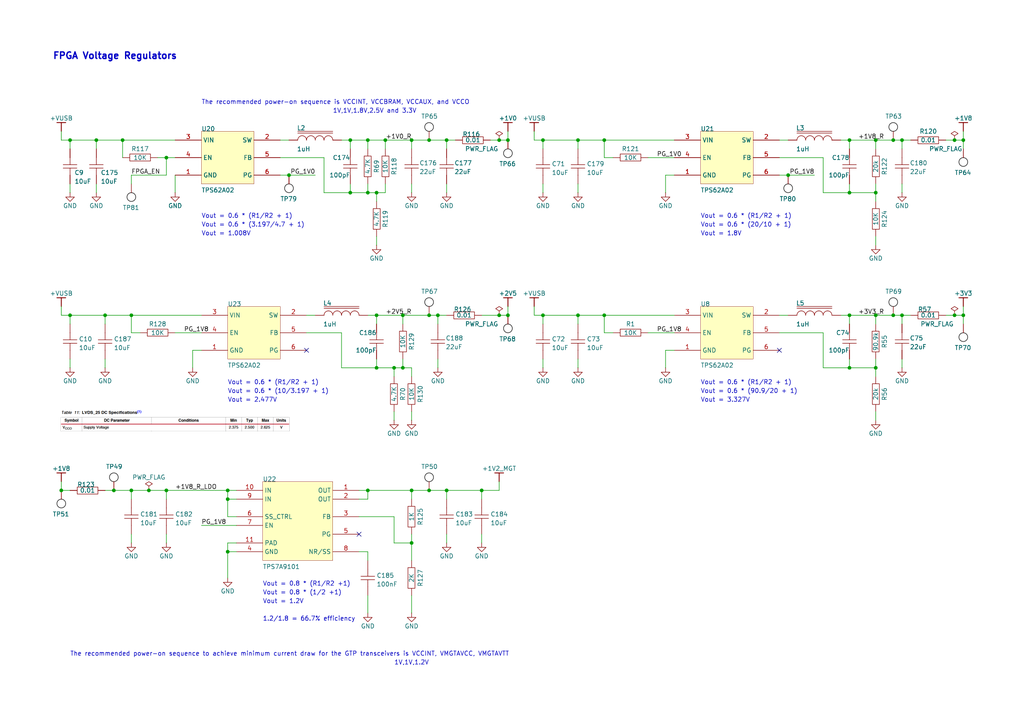
<source format=kicad_sch>
(kicad_sch (version 20250114) (generator "eeschema") (generator_version "9.0")
  (paper "A4")
  (title_block (title "ThunderScope") (rev "5") (company "EEVengers") (comment 1 "Aleksa Bjelogrlic"))
  (text "The recommended power-on sequence to achieve minimum current draw for the GTP transceivers is VCCINT, VMGTAVCC, VMGTAVTT" (at 20.32 190.5 0) (effects (font (size 1.27 1.27)) (justify left bottom)))
  (text "Vout = 0.8 * (1/2 +1)" (at 76.2 172.72 0) (effects (font (size 1.27 1.27)) (justify left bottom)))
  (text "Vout = 0.6 * (R1/R2 + 1)" (at 203.2 63.5 0) (effects (font (size 1.27 1.27)) (justify left bottom)))
  (text "Vout = 1.8V" (at 203.2 68.58 0) (effects (font (size 1.27 1.27)) (justify left bottom)))
  (text "FPGA Voltage Regulators" (at 15.24 15.24 0) (effects (font (size 1.905 1.905) (thickness 0.381) (bold yes)) (justify left top)))
  (text "Vout = 0.6 * (20/10 + 1)" (at 203.2 66.04 0) (effects (font (size 1.27 1.27)) (justify left bottom)))
  (text "Vout = 0.6 * (R1/R2 + 1)" (at 66.04 111.76 0) (effects (font (size 1.27 1.27)) (justify left bottom)))
  (text "Vout = 0.6 * (90.9/20 + 1)" (at 203.2 114.3 0) (effects (font (size 1.27 1.27)) (justify left bottom)))
  (text "Vout = 0.6 * (10/3.197 + 1)" (at 66.04 114.3 0) (effects (font (size 1.27 1.27)) (justify left bottom)))
  (text "Vout = 1.2V" (at 76.2 175.26 0) (effects (font (size 1.27 1.27)) (justify left bottom)))
  (text "1V,1V,1.2V" (at 119.38 193.04 0) (effects (font (size 1.27 1.27)) (justify bottom)))
  (text "Vout = 3.327V" (at 203.2 116.84 0) (effects (font (size 1.27 1.27)) (justify left bottom)))
  (text "Vout = 0.6 * (R1/R2 + 1)" (at 203.2 111.76 0) (effects (font (size 1.27 1.27)) (justify left bottom)))
  (text "Vout = 0.8 * (R1/R2 +1)" (at 76.2 170.18 0) (effects (font (size 1.27 1.27)) (justify left bottom)))
  (text "1.2/1.8 = 66.7% efficiency" (at 76.2 180.34 0) (effects (font (size 1.27 1.27) (thickness 0.1588)) (justify left bottom)))
  (text "Vout = 2.477V" (at 66.04 116.84 0) (effects (font (size 1.27 1.27)) (justify left bottom)))
  (text "The recommended power-on sequence is VCCINT, VCCBRAM, VCCAUX, and VCCO" (at 58.42 30.48 0) (effects (font (size 1.27 1.27)) (justify left bottom)))
  (text "Vout = 0.6 * (R1/R2 + 1)" (at 58.42 63.5 0) (effects (font (size 1.27 1.27)) (justify left bottom)))
  (text "Vout = 1.008V" (at 58.42 68.58 0) (effects (font (size 1.27 1.27)) (justify left bottom)))
  (text "1V,1V,1.8V,2.5V and 3.3V" (at 96.52 33.02 0) (effects (font (size 1.27 1.27)) (justify left bottom)))
  (text "Vout = 0.6 * (3.197/4.7 + 1)" (at 58.42 66.04 0) (effects (font (size 1.27 1.27)) (justify left bottom)))
  (junction (at 254 91.44))
  (junction (at 48.26 142.24))
  (junction (at 101.6 40.64))
  (junction (at 144.78 91.44))
  (junction (at 114.3 106.68))
  (junction (at 20.32 40.64))
  (junction (at 276.86 91.44))
  (junction (at 119.38 157.48))
  (junction (at 175.26 40.64))
  (junction (at 106.68 142.24))
  (junction (at 124.46 142.24))
  (junction (at 254 40.64))
  (junction (at 246.38 40.64))
  (junction (at 129.54 142.24))
  (junction (at 254 106.68))
  (junction (at 106.68 55.88))
  (junction (at 116.84 106.68))
  (junction (at 66.04 160.02))
  (junction (at 167.64 40.64))
  (junction (at 144.78 40.64))
  (junction (at 147.32 40.64))
  (junction (at 48.26 45.72))
  (junction (at 66.04 142.24))
  (junction (at 111.76 40.64))
  (junction (at 279.4 40.64))
  (junction (at 228.6 50.8))
  (junction (at 106.68 40.64))
  (junction (at 127 91.44))
  (junction (at 246.38 106.68))
  (junction (at 147.32 91.44))
  (junction (at 43.18 142.24))
  (junction (at 259.08 40.64))
  (junction (at 279.4 91.44))
  (junction (at 246.38 91.44))
  (junction (at 276.86 40.64))
  (junction (at 109.22 55.88))
  (junction (at 175.26 91.44))
  (junction (at 17.78 142.24))
  (junction (at 30.48 91.44))
  (junction (at 20.32 91.44))
  (junction (at 101.6 55.88))
  (junction (at 27.94 40.64))
  (junction (at 33.02 142.24))
  (junction (at 254 55.88))
  (junction (at 261.62 40.64))
  (junction (at 157.48 40.64))
  (junction (at 83.82 50.8))
  (junction (at 129.54 40.64))
  (junction (at 35.56 40.64))
  (junction (at 109.22 91.44))
  (junction (at 38.1 91.44))
  (junction (at 66.04 144.78))
  (junction (at 259.08 91.44))
  (junction (at 124.46 91.44))
  (junction (at 167.64 91.44))
  (junction (at 139.7 142.24))
  (junction (at 116.84 91.44))
  (junction (at 119.38 142.24))
  (junction (at 119.38 40.64))
  (junction (at 261.62 91.44))
  (junction (at 157.48 91.44))
  (junction (at 124.46 40.64))
  (junction (at 109.22 106.68))
  (junction (at 38.1 142.24))
  (junction (at 246.38 55.88))
  (no_connect (at 226.06 101.6))
  (no_connect (at 88.9 101.6))
  (no_connect (at 104.14 154.94))
  (wire (pts (xy 30.48 91.44) (xy 30.48 93.98)))
  (wire (pts (xy 129.54 40.64) (xy 132.08 40.64)))
  (wire (pts (xy 119.38 109.22) (xy 119.38 106.68)))
  (wire (pts (xy 20.32 55.88) (xy 20.32 53.34)))
  (wire (pts (xy 238.76 106.68) (xy 238.76 96.52)))
  (wire (pts (xy 246.38 104.14) (xy 246.38 106.68)))
  (wire (pts (xy 66.04 157.48) (xy 66.04 160.02)))
  (wire (pts (xy 279.4 91.44) (xy 279.4 93.98)))
  (wire (pts (xy 254 55.88) (xy 254 53.34)))
  (wire (pts (xy 20.32 40.64) (xy 27.94 40.64)))
  (wire (pts (xy 157.48 106.68) (xy 157.48 104.14)))
  (wire (pts (xy 30.48 106.68) (xy 30.48 104.14)))
  (wire (pts (xy 109.22 104.14) (xy 109.22 106.68)))
  (wire (pts (xy 167.64 55.88) (xy 167.64 53.34)))
  (wire (pts (xy 254 106.68) (xy 254 104.14)))
  (wire (pts (xy 246.38 55.88) (xy 238.76 55.88)))
  (wire (pts (xy 238.76 45.72) (xy 226.06 45.72)))
  (wire (pts (xy 261.62 55.88) (xy 261.62 53.34)))
  (wire (pts (xy 99.06 106.68) (xy 99.06 96.52)))
  (wire (pts (xy 38.1 96.52) (xy 40.64 96.52)))
  (wire (pts (xy 109.22 106.68) (xy 114.3 106.68)))
  (wire (pts (xy 66.04 160.02) (xy 66.04 167.64)))
  (wire (pts (xy 187.96 45.72) (xy 195.58 45.72)))
  (wire (pts (xy 279.4 43.18) (xy 279.4 40.64)))
  (wire (pts (xy 175.26 91.44) (xy 167.64 91.44)))
  (wire (pts (xy 129.54 157.48) (xy 129.54 154.94)))
  (wire (pts (xy 124.46 40.64) (xy 129.54 40.64)))
  (wire (pts (xy 116.84 91.44) (xy 124.46 91.44)))
  (wire (pts (xy 157.48 55.88) (xy 157.48 53.34)))
  (wire (pts (xy 157.48 40.64) (xy 157.48 43.18)))
  (wire (pts (xy 66.04 142.24) (xy 68.58 142.24)))
  (wire (pts (xy 195.58 40.64) (xy 175.26 40.64)))
  (wire (pts (xy 20.32 40.64) (xy 20.32 43.18)))
  (wire (pts (xy 157.48 91.44) (xy 167.64 91.44)))
  (wire (pts (xy 17.78 38.1) (xy 17.78 40.64)))
  (wire (pts (xy 276.86 91.44) (xy 279.4 91.44)))
  (wire (pts (xy 50.8 55.88) (xy 50.8 50.8)))
  (wire (pts (xy 116.84 93.98) (xy 116.84 91.44)))
  (wire (pts (xy 127 106.68) (xy 127 104.14)))
  (wire (pts (xy 261.62 106.68) (xy 261.62 104.14)))
  (wire (pts (xy 276.86 40.64) (xy 279.4 40.64)))
  (wire (pts (xy 111.76 40.64) (xy 119.38 40.64)))
  (wire (pts (xy 279.4 91.44) (xy 279.4 88.9)))
  (wire (pts (xy 144.78 142.24) (xy 144.78 139.7)))
  (wire (pts (xy 109.22 58.42) (xy 109.22 55.88)))
  (wire (pts (xy 274.32 91.44) (xy 276.86 91.44)))
  (wire (pts (xy 167.64 91.44) (xy 167.64 93.98)))
  (wire (pts (xy 17.78 88.9) (xy 17.78 91.44)))
  (wire (pts (xy 119.38 172.72) (xy 119.38 177.8)))
  (wire (pts (xy 106.68 40.64) (xy 111.76 40.64)))
  (wire (pts (xy 101.6 55.88) (xy 93.98 55.88)))
  (wire (pts (xy 261.62 91.44) (xy 264.16 91.44)))
  (wire (pts (xy 274.32 40.64) (xy 276.86 40.64)))
  (wire (pts (xy 261.62 91.44) (xy 259.08 91.44)))
  (wire (pts (xy 246.38 40.64) (xy 254 40.64)))
  (wire (pts (xy 20.32 91.44) (xy 20.32 93.98)))
  (wire (pts (xy 119.38 55.88) (xy 119.38 53.34)))
  (wire (pts (xy 68.58 144.78) (xy 66.04 144.78)))
  (wire (pts (xy 20.32 91.44) (xy 30.48 91.44)))
  (wire (pts (xy 109.22 93.98) (xy 109.22 91.44)))
  (wire (pts (xy 154.94 91.44) (xy 157.48 91.44)))
  (wire (pts (xy 48.26 142.24) (xy 66.04 142.24)))
  (wire (pts (xy 139.7 142.24) (xy 139.7 144.78)))
  (wire (pts (xy 106.68 40.64) (xy 106.68 43.18)))
  (wire (pts (xy 104.14 144.78) (xy 106.68 144.78)))
  (wire (pts (xy 68.58 157.48) (xy 66.04 157.48)))
  (wire (pts (xy 106.68 144.78) (xy 106.68 142.24)))
  (wire (pts (xy 127 91.44) (xy 129.54 91.44)))
  (wire (pts (xy 81.28 40.64) (xy 83.82 40.64)))
  (wire (pts (xy 38.1 157.48) (xy 38.1 154.94)))
  (wire (pts (xy 175.26 45.72) (xy 177.8 45.72)))
  (wire (pts (xy 38.1 50.8) (xy 48.26 50.8)))
  (wire (pts (xy 99.06 96.52) (xy 88.9 96.52)))
  (wire (pts (xy 119.38 142.24) (xy 124.46 142.24)))
  (wire (pts (xy 254 58.42) (xy 254 55.88)))
  (wire (pts (xy 20.32 106.68) (xy 20.32 104.14)))
  (wire (pts (xy 246.38 106.68) (xy 238.76 106.68)))
  (wire (pts (xy 254 43.18) (xy 254 40.64)))
  (wire (pts (xy 106.68 160.02) (xy 106.68 162.56)))
  (wire (pts (xy 119.38 40.64) (xy 124.46 40.64)))
  (wire (pts (xy 114.3 119.38) (xy 114.3 121.92)))
  (wire (pts (xy 114.3 149.86) (xy 114.3 157.48)))
  (wire (pts (xy 114.3 106.68) (xy 116.84 106.68)))
  (wire (pts (xy 104.14 149.86) (xy 114.3 149.86)))
  (wire (pts (xy 254 106.68) (xy 246.38 106.68)))
  (wire (pts (xy 119.38 157.48) (xy 119.38 162.56)))
  (wire (pts (xy 259.08 40.64) (xy 261.62 40.64)))
  (wire (pts (xy 147.32 91.44) (xy 147.32 88.9)))
  (wire (pts (xy 33.02 142.24) (xy 38.1 142.24)))
  (wire (pts (xy 43.18 142.24) (xy 48.26 142.24)))
  (wire (pts (xy 106.68 142.24) (xy 119.38 142.24)))
  (wire (pts (xy 111.76 40.64) (xy 111.76 43.18)))
  (wire (pts (xy 66.04 149.86) (xy 66.04 144.78)))
  (wire (pts (xy 27.94 40.64) (xy 27.94 43.18)))
  (wire (pts (xy 83.82 50.8) (xy 91.44 50.8)))
  (wire (pts (xy 157.48 40.64) (xy 167.64 40.64)))
  (wire (pts (xy 48.26 142.24) (xy 48.26 144.78)))
  (wire (pts (xy 17.78 91.44) (xy 20.32 91.44)))
  (wire (pts (xy 246.38 91.44) (xy 254 91.44)))
  (wire (pts (xy 66.04 144.78) (xy 66.04 142.24)))
  (wire (pts (xy 30.48 142.24) (xy 33.02 142.24)))
  (wire (pts (xy 116.84 106.68) (xy 116.84 104.14)))
  (wire (pts (xy 154.94 40.64) (xy 157.48 40.64)))
  (wire (pts (xy 246.38 53.34) (xy 246.38 55.88)))
  (wire (pts (xy 139.7 142.24) (xy 144.78 142.24)))
  (wire (pts (xy 93.98 55.88) (xy 93.98 45.72)))
  (wire (pts (xy 139.7 91.44) (xy 144.78 91.44)))
  (wire (pts (xy 48.26 50.8) (xy 48.26 45.72)))
  (wire (pts (xy 254 119.38) (xy 254 121.92)))
  (wire (pts (xy 193.04 55.88) (xy 193.04 50.8)))
  (wire (pts (xy 104.14 142.24) (xy 106.68 142.24)))
  (wire (pts (xy 193.04 50.8) (xy 195.58 50.8)))
  (wire (pts (xy 226.06 50.8) (xy 228.6 50.8)))
  (wire (pts (xy 81.28 50.8) (xy 83.82 50.8)))
  (wire (pts (xy 193.04 101.6) (xy 195.58 101.6)))
  (wire (pts (xy 38.1 91.44) (xy 30.48 91.44)))
  (wire (pts (xy 175.26 96.52) (xy 177.8 96.52)))
  (wire (pts (xy 246.38 91.44) (xy 243.84 91.44)))
  (wire (pts (xy 226.06 40.64) (xy 228.6 40.64)))
  (wire (pts (xy 144.78 40.64) (xy 142.24 40.64)))
  (wire (pts (xy 58.42 91.44) (xy 38.1 91.44)))
  (wire (pts (xy 175.26 40.64) (xy 175.26 45.72)))
  (wire (pts (xy 101.6 43.18) (xy 101.6 40.64)))
  (wire (pts (xy 144.78 91.44) (xy 147.32 91.44)))
  (wire (pts (xy 238.76 96.52) (xy 226.06 96.52)))
  (wire (pts (xy 175.26 91.44) (xy 175.26 96.52)))
  (wire (pts (xy 48.26 45.72) (xy 50.8 45.72)))
  (wire (pts (xy 261.62 43.18) (xy 261.62 40.64)))
  (wire (pts (xy 106.68 91.44) (xy 109.22 91.44)))
  (wire (pts (xy 109.22 55.88) (xy 111.76 55.88)))
  (wire (pts (xy 195.58 96.52) (xy 187.96 96.52)))
  (wire (pts (xy 101.6 40.64) (xy 99.06 40.64)))
  (wire (pts (xy 129.54 142.24) (xy 139.7 142.24)))
  (wire (pts (xy 38.1 142.24) (xy 43.18 142.24)))
  (wire (pts (xy 114.3 157.48) (xy 119.38 157.48)))
  (wire (pts (xy 101.6 55.88) (xy 106.68 55.88)))
  (wire (pts (xy 114.3 106.68) (xy 114.3 109.22)))
  (wire (pts (xy 127 93.98) (xy 127 91.44)))
  (wire (pts (xy 129.54 55.88) (xy 129.54 53.34)))
  (wire (pts (xy 38.1 91.44) (xy 38.1 96.52)))
  (wire (pts (xy 167.64 106.68) (xy 167.64 104.14)))
  (wire (pts (xy 261.62 93.98) (xy 261.62 91.44)))
  (wire (pts (xy 35.56 40.64) (xy 35.56 45.72)))
  (wire (pts (xy 154.94 88.9) (xy 154.94 91.44)))
  (wire (pts (xy 129.54 142.24) (xy 129.54 144.78)))
  (wire (pts (xy 20.32 142.24) (xy 17.78 142.24)))
  (wire (pts (xy 167.64 40.64) (xy 167.64 43.18)))
  (wire (pts (xy 254 55.88) (xy 246.38 55.88)))
  (wire (pts (xy 119.38 154.94) (xy 119.38 157.48)))
  (wire (pts (xy 254 109.22) (xy 254 106.68)))
  (wire (pts (xy 157.48 91.44) (xy 157.48 93.98)))
  (wire (pts (xy 261.62 40.64) (xy 264.16 40.64)))
  (wire (pts (xy 259.08 91.44) (xy 254 91.44)))
  (wire (pts (xy 55.88 101.6) (xy 58.42 101.6)))
  (wire (pts (xy 238.76 55.88) (xy 238.76 45.72)))
  (wire (pts (xy 101.6 53.34) (xy 101.6 55.88)))
  (wire (pts (xy 279.4 40.64) (xy 279.4 38.1)))
  (wire (pts (xy 254 68.58) (xy 254 71.12)))
  (wire (pts (xy 45.72 45.72) (xy 48.26 45.72)))
  (wire (pts (xy 109.22 91.44) (xy 116.84 91.44)))
  (wire (pts (xy 50.8 40.64) (xy 35.56 40.64)))
  (wire (pts (xy 154.94 38.1) (xy 154.94 40.64)))
  (wire (pts (xy 106.68 55.88) (xy 106.68 53.34)))
  (wire (pts (xy 48.26 157.48) (xy 48.26 154.94)))
  (wire (pts (xy 17.78 139.7) (xy 17.78 142.24)))
  (wire (pts (xy 58.42 152.4) (xy 68.58 152.4)))
  (wire (pts (xy 124.46 142.24) (xy 129.54 142.24)))
  (wire (pts (xy 38.1 144.78) (xy 38.1 142.24)))
  (wire (pts (xy 93.98 45.72) (xy 81.28 45.72)))
  (wire (pts (xy 147.32 40.64) (xy 147.32 38.1)))
  (wire (pts (xy 109.22 68.58) (xy 109.22 71.12)))
  (wire (pts (xy 58.42 96.52) (xy 50.8 96.52)))
  (wire (pts (xy 246.38 40.64) (xy 243.84 40.64)))
  (wire (pts (xy 38.1 50.8) (xy 38.1 53.34)))
  (wire (pts (xy 119.38 43.18) (xy 119.38 40.64)))
  (wire (pts (xy 104.14 160.02) (xy 106.68 160.02)))
  (wire (pts (xy 124.46 91.44) (xy 127 91.44)))
  (wire (pts (xy 106.68 55.88) (xy 109.22 55.88)))
  (wire (pts (xy 116.84 106.68) (xy 119.38 106.68)))
  (wire (pts (xy 55.88 106.68) (xy 55.88 101.6)))
  (wire (pts (xy 27.94 55.88) (xy 27.94 53.34)))
  (wire (pts (xy 254 40.64) (xy 259.08 40.64)))
  (wire (pts (xy 106.68 177.8) (xy 106.68 172.72)))
  (wire (pts (xy 226.06 91.44) (xy 228.6 91.44)))
  (wire (pts (xy 246.38 93.98) (xy 246.38 91.44)))
  (wire (pts (xy 99.06 106.68) (xy 109.22 106.68)))
  (wire (pts (xy 88.9 91.44) (xy 91.44 91.44)))
  (wire (pts (xy 129.54 43.18) (xy 129.54 40.64)))
  (wire (pts (xy 68.58 149.86) (xy 66.04 149.86)))
  (wire (pts (xy 175.26 40.64) (xy 167.64 40.64)))
  (wire (pts (xy 119.38 144.78) (xy 119.38 142.24)))
  (wire (pts (xy 119.38 119.38) (xy 119.38 121.92)))
  (wire (pts (xy 68.58 160.02) (xy 66.04 160.02)))
  (wire (pts (xy 17.78 40.64) (xy 20.32 40.64)))
  (wire (pts (xy 193.04 106.68) (xy 193.04 101.6)))
  (wire (pts (xy 144.78 40.64) (xy 147.32 40.64)))
  (wire (pts (xy 246.38 43.18) (xy 246.38 40.64)))
  (wire (pts (xy 139.7 157.48) (xy 139.7 154.94)))
  (wire (pts (xy 111.76 55.88) (xy 111.76 53.34)))
  (wire (pts (xy 175.26 91.44) (xy 195.58 91.44)))
  (wire (pts (xy 101.6 40.64) (xy 106.68 40.64)))
  (wire (pts (xy 228.6 50.8) (xy 236.22 50.8)))
  (wire (pts (xy 27.94 40.64) (xy 35.56 40.64)))
  (wire (pts (xy 254 93.98) (xy 254 91.44)))
  (image (at 50.8 121.92) (scale 0.271677))
  (label "PG_1V0" (at 91.44 50.8 180))
  (label "+1V8_R_LDO" (at 50.8 142.24 0))
  (label "PG_1V8" (at 53.34 96.52 0))
  (label "PG_1V8" (at 58.42 152.4 0))
  (label "+3V3_R" (at 248.92 91.44 0))
  (label "PG_1V8" (at 190.5 96.52 0))
  (label "+2V5_R" (at 119.38 91.44 180))
  (label "PG_1V8" (at 236.22 50.8 180))
  (label "+1V8_R" (at 248.92 40.64 0))
  (label "+1V0_R" (at 119.38 40.64 180))
  (label "PG_1V0" (at 190.5 45.72 0))
  (label "FPGA_EN" (at 38.1 50.8 0))
  (symbol (lib_id "Thunderscope_Rev5:GND") (at 20.32 55.88 0) (unit 1)
    (property "Reference" "#PWR0298" (effects (hide yes)))
    (property "Value" "GND" (at 20.32 59.69 0))
    (property "Description" "Power symbol creates a global label with name \"GND\" , ground" (effects (hide yes)))
  )
  (symbol (lib_id "Thunderscope_Rev5:TP PCB 1mm") (at 259.08 91.44 90) (unit 1) (in_bom no)
    (property "Reference" "TP69" (at 261.62 83.82 90) (effects (justify left bottom)))
    (property "Value" "PCB" (effects (hide yes)))
    (property "Footprint" "Thunderscope_Rev5:GEN_TP_PCB" (effects (hide yes)))
  )
  (symbol (lib_id "Thunderscope_Rev5:GND") (at 129.54 55.88 0) (unit 1)
    (property "Reference" "#PWR0495" (effects (hide yes)))
    (property "Value" "GND" (at 129.54 59.69 0))
    (property "Description" "Power symbol creates a global label with name \"GND\" , ground" (effects (hide yes)))
  )
  (symbol (lib_id "Thunderscope_Rev5:+1V0_BAR") (at 147.32 38.1 180) (unit 1)
    (property "Reference" "#PWR0494" (effects (hide yes)))
    (property "Value" "+1V0" (at 147.32 34.29 0))
    (property "Description" "Power symbol creates a global label with name '+1V0'" (effects (hide yes)))
  )
  (symbol (lib_id "Thunderscope_Rev5:IC BUCK TPS62A02") (at 203.2 88.9 0) (unit 1)
    (property "Reference" "U8" (at 203.2 88.9 0) (effects (justify left bottom)))
    (property "Value" "TPS62A02" (at 203.2 106.68 0) (effects (justify left bottom)))
    (property "Footprint" "Thunderscope_Rev5:TI_SOT563_DRL0006A" (effects (hide yes)))
    (property "SUPPLIER 1" "Texas Instruments" (effects (hide yes)))
    (property "SUPPLIER PART NUMBER 1" "TPS62A02DRLR" (effects (hide yes)))
    (property "HOUSE PART NUMBER" "TPS62A02DRLR" (effects (hide yes)))
    (property "MANUFACTURER" "Texas Instruments" (effects (hide yes)))
    (property "MANUFACTURER PART NUMBER" "TPS62A02DRLR" (effects (hide yes)))
  )
  (symbol (lib_id "Thunderscope_Rev5:+VUSB") (at 154.94 38.1 180) (unit 1)
    (property "Reference" "#PWR0287" (effects (hide yes)))
    (property "Value" "+VUSB" (at 154.94 34.29 0))
    (property "Description" "Power symbol creates a global label with name '+VUSB'" (effects (hide yes)))
  )
  (symbol (lib_id "Thunderscope_Rev5:RES 10K OHM 1% 1/10W 0402") (at 45.72 96.52 0) (unit 1)
    (property "Reference" "R128" (at 45.72 93.98 0))
    (property "Value" "10K" (at 45.72 96.52 0))
    (property "Footprint" "Thunderscope_Rev5:GEN_R_0402" (effects (hide yes)))
    (property "TOLERANCE" "1%" (effects (hide yes)))
    (property "PACKAGE" "0402" (effects (hide yes)))
    (property "SUPPLIER 1" "Mouser" (effects (hide yes)))
    (property "SUPPLIER PART NUMBER 1" "667-ERJ-2RKF1002X" (effects (hide yes)))
    (property "MANUFACTURER" "Panasonic" (effects (hide yes)))
    (property "MANUFACTURER PART NUMBER" "ERJ-2RKF1002X" (effects (hide yes)))
  )
  (symbol (lib_id "power:PWR_FLAG") (at 144.78 40.64 0) (unit 1)
    (property "Reference" "#FLG012" (effects (hide yes)))
    (property "Value" "PWR_FLAG" (at 139.7 43.18 0))
    (property "Description" "Special symbol for telling ERC where power comes from" (effects (hide yes)))
  )
  (symbol (lib_id "Thunderscope_Rev5:TP PCB 1mm") (at 279.4 43.18 270) (unit 1) (in_bom no)
    (property "Reference" "TP64" (at 276.86 50.8 90) (effects (justify left bottom)))
    (property "Value" "PCB" (effects (hide yes)))
    (property "Footprint" "Thunderscope_Rev5:GEN_TP_PCB" (effects (hide yes)))
  )
  (symbol (lib_id "Thunderscope_Rev5:RES 0.01 OHM 1% 1/4W 0603") (at 269.24 40.64 0) (unit 1)
    (property "Reference" "R120" (at 269.24 38.1 0))
    (property "Value" "0.01" (at 269.24 40.64 0))
    (property "Footprint" "Thunderscope_Rev5:GEN_R_0603" (effects (hide yes)))
    (property "TOLERANCE" "1%" (effects (hide yes)))
    (property "SUPPLIER 1" "Mouser" (effects (hide yes)))
    (property "SUPPLIER PART NUMBER 1" "754-RL0816T-R010-F" (effects (hide yes)))
    (property "PACKAGE" "0603" (effects (hide yes)))
    (property "HOUSE PART NUMBER" "R-0.01-0603-1%-001" (effects (hide yes)))
    (property "MANUFACTURER" "Susumu" (effects (hide yes)))
    (property "MANUFACTURER PART NUMBER" "RL0816T-R010-F" (effects (hide yes)))
  )
  (symbol (lib_id "Thunderscope_Rev5:CAP 10uF 25V X5R 0603") (at 20.32 99.06 0) (unit 1)
    (property "Reference" "C10" (at 22.86 99.06 0) (effects (justify left bottom)))
    (property "Value" "10uF" (at 22.86 101.6 0) (effects (justify left bottom)))
    (property "Footprint" "Thunderscope_Rev5:GEN_C_0603" (effects (hide yes)))
    (property "PACKAGE" "0402" (effects (hide yes)))
    (property "VOLTAGE RATING" "25V" (effects (hide yes)))
    (property "SUPPLIER 1" "Mouser" (effects (hide yes)))
    (property "SUPPLIER PART NUMBER 1" "81-GRM188R61E106MA3D" (effects (hide yes)))
    (property "MANUFACTURER" "Murata" (effects (hide yes)))
    (property "MANUFACTURER PART NUMBER" "GRM188R61E106MA73D" (effects (hide yes)))
  )
  (symbol (lib_id "Thunderscope_Rev5:GND") (at 114.3 121.92 0) (unit 1)
    (property "Reference" "#PWR0328" (effects (hide yes)))
    (property "Value" "GND" (at 114.3 125.73 0))
    (property "Description" "Power symbol creates a global label with name \"GND\" , ground" (effects (hide yes)))
  )
  (symbol (lib_id "Thunderscope_Rev5:RES 4.7K OHM 1% 1/10W 0402") (at 114.3 114.3 90) (unit 1)
    (property "Reference" "R70" (at 116.84 114.3 0))
    (property "Value" "4.7K" (at 114.3 114.3 0))
    (property "Footprint" "Thunderscope_Rev5:GEN_R_0402" (effects (hide yes)))
    (property "TOLERANCE" "1%" (effects (hide yes)))
    (property "PACKAGE" "0402" (effects (hide yes)))
    (property "SUPPLIER 1" "Mouser" (effects (hide yes)))
    (property "SUPPLIER PART NUMBER 1" "667-ERJ-2RKF4701X" (effects (hide yes)))
    (property "MANUFACTURER" "Panasonic" (effects (hide yes)))
    (property "MANUFACTURER PART NUMBER" "ERJ-2RKF4701X" (effects (hide yes)))
  )
  (symbol (lib_id "Thunderscope_Rev5:GND") (at 109.22 71.12 0) (unit 1)
    (property "Reference" "#PWR0460" (effects (hide yes)))
    (property "Value" "GND" (at 109.22 74.93 0))
    (property "Description" "Power symbol creates a global label with name \"GND\" , ground" (effects (hide yes)))
  )
  (symbol (lib_id "Thunderscope_Rev5:RES 0.01 OHM 1% 1/4W 0603") (at 137.16 40.64 0) (unit 1)
    (property "Reference" "R116" (at 134.16 39.664 0) (effects (justify left bottom)))
    (property "Value" "0.01" (at 137.16 40.64 0))
    (property "Footprint" "Thunderscope_Rev5:GEN_R_0603" (effects (hide yes)))
    (property "TOLERANCE" "1%" (effects (hide yes)))
    (property "SUPPLIER 1" "Mouser" (effects (hide yes)))
    (property "SUPPLIER PART NUMBER 1" "754-RL0816T-R010-F" (effects (hide yes)))
    (property "PACKAGE" "0603" (effects (hide yes)))
    (property "HOUSE PART NUMBER" "R-0.01-0603-1%-001" (effects (hide yes)))
    (property "MANUFACTURER" "Susumu" (effects (hide yes)))
    (property "MANUFACTURER PART NUMBER" "RL0816T-R010-F" (effects (hide yes)))
  )
  (symbol (lib_id "Thunderscope_Rev5:CAP 22uF 25V X5R 0805") (at 261.62 99.06 0) (unit 1)
    (property "Reference" "C75" (at 263.874 98.806 0) (effects (justify left bottom)))
    (property "Value" "22uF" (at 263.874 101.346 0) (effects (justify left bottom)))
    (property "Footprint" "Thunderscope_Rev5:GEN_C_0805" (effects (hide yes)))
    (property "PACKAGE" "0805" (effects (hide yes)))
    (property "VOLTAGE RATING" "25V" (effects (hide yes)))
    (property "SUPPLIER 1" "Mouser" (effects (hide yes)))
    (property "SUPPLIER PART NUMBER 1" "81-GRM21BR61E226ME4L" (effects (hide yes)))
    (property "HOUSE PART NUMBER" "C-22uF-0805-002" (effects (hide yes)))
    (property "MANUFACTURER" "Murata" (effects (hide yes)))
    (property "MANUFACTURER PART NUMBER" "GRM21BR61E226ME44L" (effects (hide yes)))
  )
  (symbol (lib_id "Thunderscope_Rev5:GND") (at 129.54 157.48 0) (unit 1)
    (property "Reference" "#PWR0487" (effects (hide yes)))
    (property "Value" "GND" (at 129.54 161.29 0))
    (property "Description" "Power symbol creates a global label with name \"GND\" , ground" (effects (hide yes)))
  )
  (symbol (lib_id "Thunderscope_Rev5:GND") (at 30.48 106.68 0) (unit 1)
    (property "Reference" "#PWR0463" (effects (hide yes)))
    (property "Value" "GND" (at 30.48 110.49 0))
    (property "Description" "Power symbol creates a global label with name \"GND\" , ground" (effects (hide yes)))
  )
  (symbol (lib_id "Thunderscope_Rev5:CAP 100nF 16V X7R 0402") (at 106.68 167.64 0) (unit 1)
    (property "Reference" "C185" (at 109.22 167.64 0) (effects (justify left bottom)))
    (property "Value" "100nF" (at 109.22 170.18 0) (effects (justify left bottom)))
    (property "Footprint" "Thunderscope_Rev5:GEN_C_0402" (effects (hide yes)))
    (property "PACKAGE" "0402" (effects (hide yes)))
    (property "VOLTAGE RATING" "16V" (effects (hide yes)))
    (property "SUPPLIER 1" "Mouser" (effects (hide yes)))
    (property "SUPPLIER PART NUMBER 1" "81-GCM155R71C104KA5D" (effects (hide yes)))
    (property "HOUSE PART NUMBER" "C-100nF-0402-002" (effects (hide yes)))
    (property "MANUFACTURER" "Murata" (effects (hide yes)))
    (property "MANUFACTURER PART NUMBER" "GCM155R71C104KA55D" (effects (hide yes)))
  )
  (symbol (lib_id "Thunderscope_Rev5:GND") (at 20.32 106.68 0) (unit 1)
    (property "Reference" "#PWR0301" (effects (hide yes)))
    (property "Value" "GND" (at 20.32 110.49 0))
    (property "Description" "Power symbol creates a global label with name \"GND\" , ground" (effects (hide yes)))
  )
  (symbol (lib_id "Thunderscope_Rev5:IC BUCK TPS62A02") (at 58.42 38.1 0) (unit 1)
    (property "Reference" "U20" (at 58.42 38.1 0) (effects (justify left bottom)))
    (property "Value" "TPS62A02" (at 58.42 55.88 0) (effects (justify left bottom)))
    (property "Footprint" "Thunderscope_Rev5:TI_SOT563_DRL0006A" (effects (hide yes)))
    (property "SUPPLIER 1" "Texas Instruments" (effects (hide yes)))
    (property "SUPPLIER PART NUMBER 1" "TPS62A02DRLR" (effects (hide yes)))
    (property "HOUSE PART NUMBER" "TPS62A02DRLR" (effects (hide yes)))
    (property "MANUFACTURER" "Texas Instruments" (effects (hide yes)))
    (property "MANUFACTURER PART NUMBER" "TPS62A02DRLR" (effects (hide yes)))
  )
  (symbol (lib_id "Thunderscope_Rev5:RES 20K OHM 1% 1/16W 0402") (at 254 114.3 0) (unit 1)
    (property "Reference" "R56" (at 256.54 114.3 90))
    (property "Value" "20k" (at 254 114.3 90))
    (property "Footprint" "Thunderscope_Rev5:GEN_R_0402" (effects (hide yes)))
    (property "TOLERANCE" "1%" (effects (hide yes)))
    (property "PACKAGE" "0402" (effects (hide yes)))
    (property "SUPPLIER 1" "Mouser" (effects (hide yes)))
    (property "SUPPLIER PART NUMBER 1" "603-RC0402FR-0720KL" (effects (hide yes)))
    (property "MANUFACTURER" "Yageo" (effects (hide yes)))
    (property "MANUFACTURER PART NUMBER" "RC0402FR-0720KL" (effects (hide yes)))
  )
  (symbol (lib_id "Thunderscope_Rev5:CAP 100pF 50V C0G 0402") (at 101.6 48.26 0) (unit 1)
    (property "Reference" "C174" (at 101.6 45.72 0) (effects (justify right)))
    (property "Value" "100pF" (at 101.6 50.8 0) (effects (justify right)))
    (property "Footprint" "Thunderscope_Rev5:GEN_C_0402" (effects (hide yes)))
    (property "PACKAGE" "0402" (effects (hide yes)))
    (property "TEMPERATURE COEFFICIENT" "C0G" (effects (hide yes)))
    (property "VOLTAGE RATING" "50V" (effects (hide yes)))
    (property "SUPPLIER 1" "Mouser" (effects (hide yes)))
    (property "SUPPLIER PART NUMBER 1" "81-GCM1555C1H101FA6D" (effects (hide yes)))
    (property "MANUFACTURER" "Murata" (effects (hide yes)))
    (property "MANUFACTURER PART NUMBER" "GCM1555C1H101FA16D" (effects (hide yes)))
  )
  (symbol (lib_id "Thunderscope_Rev5:RES 10K OHM 1% 1/10W 0402") (at 119.38 114.3 90) (unit 1)
    (property "Reference" "R130" (at 121.92 114.3 0))
    (property "Value" "10K" (at 119.38 114.3 0))
    (property "Footprint" "Thunderscope_Rev5:GEN_R_0402" (effects (hide yes)))
    (property "TOLERANCE" "1%" (effects (hide yes)))
    (property "PACKAGE" "0402" (effects (hide yes)))
    (property "SUPPLIER 1" "Mouser" (effects (hide yes)))
    (property "SUPPLIER PART NUMBER 1" "667-ERJ-2RKF1002X" (effects (hide yes)))
    (property "MANUFACTURER" "Panasonic" (effects (hide yes)))
    (property "MANUFACTURER PART NUMBER" "ERJ-2RKF1002X" (effects (hide yes)))
  )
  (symbol (lib_id "Thunderscope_Rev5:GND") (at 66.04 167.64 0) (unit 1)
    (property "Reference" "#PWR0482" (effects (hide yes)))
    (property "Value" "GND" (at 66.04 171.45 0))
    (property "Description" "Power symbol creates a global label with name \"GND\" , ground" (effects (hide yes)))
  )
  (symbol (lib_id "Thunderscope_Rev5:RES 4.7K OHM 1% 1/10W 0402") (at 106.68 48.26 90) (unit 1)
    (property "Reference" "R69" (at 109.22 48.26 0))
    (property "Value" "4.7K" (at 106.68 48.26 0))
    (property "Footprint" "Thunderscope_Rev5:GEN_R_0402" (effects (hide yes)))
    (property "TOLERANCE" "1%" (effects (hide yes)))
    (property "PACKAGE" "0402" (effects (hide yes)))
    (property "SUPPLIER 1" "Mouser" (effects (hide yes)))
    (property "SUPPLIER PART NUMBER 1" "667-ERJ-2RKF4701X" (effects (hide yes)))
    (property "MANUFACTURER" "Panasonic" (effects (hide yes)))
    (property "MANUFACTURER PART NUMBER" "ERJ-2RKF4701X" (effects (hide yes)))
  )
  (symbol (lib_id "Thunderscope_Rev5:RES 1K OHM 1% 1/10W 0402") (at 119.38 149.86 0) (unit 1)
    (property "Reference" "R125" (at 121.92 149.86 90))
    (property "Value" "1K" (at 119.38 149.86 90))
    (property "Footprint" "Thunderscope_Rev5:GEN_R_0402" (effects (hide yes)))
    (property "TOLERANCE" "1%" (effects (hide yes)))
    (property "PACKAGE" "0402" (effects (hide yes)))
    (property "SUPPLIER 1" "Mouser" (effects (hide yes)))
    (property "SUPPLIER PART NUMBER 1" "603-RC0402FR-071KL" (effects (hide yes)))
    (property "HOUSE PART NUMBER" "R-1K-0402-1%-001" (effects (hide yes)))
    (property "MANUFACTURER" "Yageo" (effects (hide yes)))
    (property "MANUFACTURER PART NUMBER" "RC0402FR-071KL" (effects (hide yes)))
  )
  (symbol (lib_id "Thunderscope_Rev5:TP PCB 1mm") (at 38.1 53.34 270) (unit 1) (in_bom no)
    (property "Reference" "TP81" (at 35.56 60.96 90) (effects (justify left bottom)))
    (property "Value" "PCB" (effects (hide yes)))
    (property "Footprint" "Thunderscope_Rev5:GEN_TP_PCB" (effects (hide yes)))
  )
  (symbol (lib_id "Thunderscope_Rev5:CAP 10uF 25V X5R 0603") (at 48.26 149.86 0) (unit 1)
    (property "Reference" "C182" (at 50.8 149.86 0) (effects (justify left bottom)))
    (property "Value" "10uF" (at 50.8 152.4 0) (effects (justify left bottom)))
    (property "Footprint" "Thunderscope_Rev5:GEN_C_0603" (effects (hide yes)))
    (property "PACKAGE" "0402" (effects (hide yes)))
    (property "VOLTAGE RATING" "25V" (effects (hide yes)))
    (property "SUPPLIER 1" "Mouser" (effects (hide yes)))
    (property "SUPPLIER PART NUMBER 1" "81-GRM188R61E106MA3D" (effects (hide yes)))
    (property "MANUFACTURER" "Murata" (effects (hide yes)))
    (property "MANUFACTURER PART NUMBER" "GRM188R61E106MA73D" (effects (hide yes)))
  )
  (symbol (lib_id "Thunderscope_Rev5:GND") (at 139.7 157.48 0) (unit 1)
    (property "Reference" "#PWR0486" (effects (hide yes)))
    (property "Value" "GND" (at 139.7 161.29 0))
    (property "Description" "Power symbol creates a global label with name \"GND\" , ground" (effects (hide yes)))
  )
  (symbol (lib_id "Thunderscope_Rev5:CAP 100pF 50V C0G 0402") (at 246.38 48.26 0) (unit 1)
    (property "Reference" "C178" (at 246.38 45.72 0) (effects (justify right)))
    (property "Value" "100pF" (at 246.38 50.8 0) (effects (justify right)))
    (property "Footprint" "Thunderscope_Rev5:GEN_C_0402" (effects (hide yes)))
    (property "PACKAGE" "0402" (effects (hide yes)))
    (property "TEMPERATURE COEFFICIENT" "C0G" (effects (hide yes)))
    (property "VOLTAGE RATING" "50V" (effects (hide yes)))
    (property "SUPPLIER 1" "Mouser" (effects (hide yes)))
    (property "SUPPLIER PART NUMBER 1" "81-GCM1555C1H101FA6D" (effects (hide yes)))
    (property "MANUFACTURER" "Murata" (effects (hide yes)))
    (property "MANUFACTURER PART NUMBER" "GCM1555C1H101FA16D" (effects (hide yes)))
  )
  (symbol (lib_id "Thunderscope_Rev5:GND") (at 50.8 55.88 0) (unit 1)
    (property "Reference" "#PWR0471" (effects (hide yes)))
    (property "Value" "GND" (at 50.8 59.69 0))
    (property "Description" "Power symbol creates a global label with name \"GND\" , ground" (effects (hide yes)))
  )
  (symbol (lib_id "Thunderscope_Rev5:+1V8_BAR") (at 279.4 38.1 180) (unit 1)
    (property "Reference" "#PWR0490" (effects (hide yes)))
    (property "Value" "+1V8" (at 279.4 34.29 0))
    (property "Description" "Power symbol creates a global label with name '+1V8'" (effects (hide yes)))
  )
  (symbol (lib_id "power:PWR_FLAG") (at 276.86 40.64 0) (unit 1)
    (property "Reference" "#FLG013" (effects (hide yes)))
    (property "Value" "PWR_FLAG" (at 274.32 43.18 0))
    (property "Description" "Special symbol for telling ERC where power comes from" (effects (hide yes)))
  )
  (symbol (lib_id "Thunderscope_Rev5:RES 0.01 OHM 1% 1/4W 0603") (at 25.4 142.24 0) (unit 1)
    (property "Reference" "R123" (at 22.4 141.264 0) (effects (justify left bottom)))
    (property "Value" "0.01" (at 25.4 142.24 0))
    (property "Footprint" "Thunderscope_Rev5:GEN_R_0603" (effects (hide yes)))
    (property "TOLERANCE" "1%" (effects (hide yes)))
    (property "SUPPLIER 1" "Mouser" (effects (hide yes)))
    (property "SUPPLIER PART NUMBER 1" "754-RL0816T-R010-F" (effects (hide yes)))
    (property "PACKAGE" "0603" (effects (hide yes)))
    (property "HOUSE PART NUMBER" "R-0.01-0603-1%-001" (effects (hide yes)))
    (property "MANUFACTURER" "Susumu" (effects (hide yes)))
    (property "MANUFACTURER PART NUMBER" "RL0816T-R010-F" (effects (hide yes)))
  )
  (symbol (lib_id "Thunderscope_Rev5:IND 1uH 5.5A 32 MOHM 1210") (at 99.06 91.44 0) (unit 1)
    (property "Reference" "L4" (at 93.726 88.646 0) (effects (justify left bottom)))
    (property "Value" "1uH" (at 93.726 94.742 0) (effects (justify left bottom)))
    (property "Footprint" "Thunderscope_Rev5:GEN_L_1210" (effects (hide yes)))
    (property "SUPPLIER 1" "Mouser" (effects (hide yes)))
    (property "SUPPLIER PART NUMBER 1" "652-SRP3212-1R0M" (effects (hide yes)))
    (property "HOUSE PART NUMBER" "SRP3212-1R0M" (effects (hide yes)))
    (property "MANUFACTURER" "Bourns" (effects (hide yes)))
    (property "MANUFACTURER PART NUMBER" "SRP3212-1R0M" (effects (hide yes)))
  )
  (symbol (lib_id "Thunderscope_Rev5:TP PCB 1mm") (at 279.4 93.98 270) (unit 1) (in_bom no)
    (property "Reference" "TP70" (at 276.86 101.6 90) (effects (justify left bottom)))
    (property "Value" "PCB" (effects (hide yes)))
    (property "Footprint" "Thunderscope_Rev5:GEN_TP_PCB" (effects (hide yes)))
  )
  (symbol (lib_id "Thunderscope_Rev5:TP PCB 1mm") (at 124.46 142.24 90) (unit 1) (in_bom no)
    (property "Reference" "TP50" (at 127 134.62 90) (effects (justify left bottom)))
    (property "Value" "PCB" (effects (hide yes)))
    (property "Footprint" "Thunderscope_Rev5:GEN_TP_PCB" (effects (hide yes)))
  )
  (symbol (lib_id "Thunderscope_Rev5:RES 10K OHM 1% 1/10W 0402") (at 182.88 96.52 0) (unit 1)
    (property "Reference" "R1" (at 182.88 93.98 0))
    (property "Value" "10K" (at 182.88 96.52 0))
    (property "Footprint" "Thunderscope_Rev5:GEN_R_0402" (effects (hide yes)))
    (property "TOLERANCE" "1%" (effects (hide yes)))
    (property "PACKAGE" "0402" (effects (hide yes)))
    (property "SUPPLIER 1" "Mouser" (effects (hide yes)))
    (property "SUPPLIER PART NUMBER 1" "667-ERJ-2RKF1002X" (effects (hide yes)))
    (property "MANUFACTURER" "Panasonic" (effects (hide yes)))
    (property "MANUFACTURER PART NUMBER" "ERJ-2RKF1002X" (effects (hide yes)))
  )
  (symbol (lib_id "Thunderscope_Rev5:GND") (at 55.88 106.68 0) (unit 1)
    (property "Reference" "#PWR0465" (effects (hide yes)))
    (property "Value" "GND" (at 55.88 110.49 0))
    (property "Description" "Power symbol creates a global label with name \"GND\" , ground" (effects (hide yes)))
  )
  (symbol (lib_id "Thunderscope_Rev5:CAP 10uF 25V X5R 0603") (at 20.32 48.26 0) (unit 1)
    (property "Reference" "C9" (at 21.59 50.8 0) (effects (justify left bottom)))
    (property "Value" "10uF" (at 21.59 53.34 0) (effects (justify left bottom)))
    (property "Footprint" "Thunderscope_Rev5:GEN_C_0603" (effects (hide yes)))
    (property "PACKAGE" "0402" (effects (hide yes)))
    (property "VOLTAGE RATING" "25V" (effects (hide yes)))
    (property "SUPPLIER 1" "Mouser" (effects (hide yes)))
    (property "SUPPLIER PART NUMBER 1" "81-GRM188R61E106MA3D" (effects (hide yes)))
    (property "MANUFACTURER" "Murata" (effects (hide yes)))
    (property "MANUFACTURER PART NUMBER" "GRM188R61E106MA73D" (effects (hide yes)))
  )
  (symbol (lib_id "Thunderscope_Rev5:CAP 10uF 25V X5R 0603") (at 139.7 149.86 0) (unit 1)
    (property "Reference" "C184" (at 142.24 149.86 0) (effects (justify left bottom)))
    (property "Value" "10uF" (at 142.24 152.4 0) (effects (justify left bottom)))
    (property "Footprint" "Thunderscope_Rev5:GEN_C_0603" (effects (hide yes)))
    (property "PACKAGE" "0402" (effects (hide yes)))
    (property "VOLTAGE RATING" "25V" (effects (hide yes)))
    (property "SUPPLIER 1" "Mouser" (effects (hide yes)))
    (property "SUPPLIER PART NUMBER 1" "81-GRM188R61E106MA3D" (effects (hide yes)))
    (property "MANUFACTURER" "Murata" (effects (hide yes)))
    (property "MANUFACTURER PART NUMBER" "GRM188R61E106MA73D" (effects (hide yes)))
  )
  (symbol (lib_id "Thunderscope_Rev5:IND 1uH 5.5A 32 MOHM 1210") (at 236.22 40.64 0) (unit 1)
    (property "Reference" "L3" (at 230.886 37.846 0) (effects (justify left bottom)))
    (property "Value" "1uH" (at 230.886 43.942 0) (effects (justify left bottom)))
    (property "Footprint" "Thunderscope_Rev5:GEN_L_1210" (effects (hide yes)))
    (property "SUPPLIER 1" "Mouser" (effects (hide yes)))
    (property "SUPPLIER PART NUMBER 1" "652-SRP3212-1R0M" (effects (hide yes)))
    (property "HOUSE PART NUMBER" "SRP3212-1R0M" (effects (hide yes)))
    (property "MANUFACTURER" "Bourns" (effects (hide yes)))
    (property "MANUFACTURER PART NUMBER" "SRP3212-1R0M" (effects (hide yes)))
  )
  (symbol (lib_id "Thunderscope_Rev5:GND") (at 254 121.92 0) (unit 1)
    (property "Reference" "#PWR0294" (effects (hide yes)))
    (property "Value" "GND" (at 254 125.73 0))
    (property "Description" "Power symbol creates a global label with name \"GND\" , ground" (effects (hide yes)))
  )
  (symbol (lib_id "Thunderscope_Rev5:TP PCB 1mm") (at 33.02 142.24 90) (unit 1) (in_bom no)
    (property "Reference" "TP49" (at 35.56 134.62 90) (effects (justify left bottom)))
    (property "Value" "PCB" (effects (hide yes)))
    (property "Footprint" "Thunderscope_Rev5:GEN_TP_PCB" (effects (hide yes)))
  )
  (symbol (lib_id "Thunderscope_Rev5:CAP 22uF 25V X5R 0805") (at 261.62 48.26 0) (unit 1)
    (property "Reference" "C180" (at 263.874 48.006 0) (effects (justify left bottom)))
    (property "Value" "22uF" (at 263.874 50.546 0) (effects (justify left bottom)))
    (property "Footprint" "Thunderscope_Rev5:GEN_C_0805" (effects (hide yes)))
    (property "PACKAGE" "0805" (effects (hide yes)))
    (property "VOLTAGE RATING" "25V" (effects (hide yes)))
    (property "SUPPLIER 1" "Mouser" (effects (hide yes)))
    (property "SUPPLIER PART NUMBER 1" "81-GRM21BR61E226ME4L" (effects (hide yes)))
    (property "HOUSE PART NUMBER" "C-22uF-0805-002" (effects (hide yes)))
    (property "MANUFACTURER" "Murata" (effects (hide yes)))
    (property "MANUFACTURER PART NUMBER" "GRM21BR61E226ME44L" (effects (hide yes)))
  )
  (symbol (lib_id "Thunderscope_Rev5:GND") (at 167.64 106.68 0) (unit 1)
    (property "Reference" "#PWR0291" (effects (hide yes)))
    (property "Value" "GND" (at 167.64 110.49 0))
    (property "Description" "Power symbol creates a global label with name \"GND\" , ground" (effects (hide yes)))
  )
  (symbol (lib_id "Thunderscope_Rev5:GND") (at 157.48 55.88 0) (unit 1)
    (property "Reference" "#PWR0299" (effects (hide yes)))
    (property "Value" "GND" (at 157.48 59.69 0))
    (property "Description" "Power symbol creates a global label with name \"GND\" , ground" (effects (hide yes)))
  )
  (symbol (lib_id "Thunderscope_Rev5:RES 10K OHM 1% 1/10W 0402") (at 116.84 99.06 270) (unit 1)
    (property "Reference" "R129" (at 119.38 99.06 0))
    (property "Value" "10K" (at 116.84 99.06 0))
    (property "Footprint" "Thunderscope_Rev5:GEN_R_0402" (effects (hide yes)))
    (property "TOLERANCE" "1%" (effects (hide yes)))
    (property "PACKAGE" "0402" (effects (hide yes)))
    (property "SUPPLIER 1" "Mouser" (effects (hide yes)))
    (property "SUPPLIER PART NUMBER 1" "667-ERJ-2RKF1002X" (effects (hide yes)))
    (property "MANUFACTURER" "Panasonic" (effects (hide yes)))
    (property "MANUFACTURER PART NUMBER" "ERJ-2RKF1002X" (effects (hide yes)))
  )
  (symbol (lib_id "Thunderscope_Rev5:RES 10K OHM 1% 1/10W 0402") (at 40.64 45.72 0) (unit 1)
    (property "Reference" "R117" (at 40.64 43.18 0))
    (property "Value" "10K" (at 40.64 45.72 0))
    (property "Footprint" "Thunderscope_Rev5:GEN_R_0402" (effects (hide yes)))
    (property "TOLERANCE" "1%" (effects (hide yes)))
    (property "PACKAGE" "0402" (effects (hide yes)))
    (property "SUPPLIER 1" "Mouser" (effects (hide yes)))
    (property "SUPPLIER PART NUMBER 1" "667-ERJ-2RKF1002X" (effects (hide yes)))
    (property "MANUFACTURER" "Panasonic" (effects (hide yes)))
    (property "MANUFACTURER PART NUMBER" "ERJ-2RKF1002X" (effects (hide yes)))
  )
  (symbol (lib_id "Thunderscope_Rev5:CAP 22uF 25V X5R 0805") (at 119.38 48.26 0) (unit 1)
    (property "Reference" "C176" (at 121.634 48.006 0) (effects (justify left bottom)))
    (property "Value" "22uF" (at 121.634 50.546 0) (effects (justify left bottom)))
    (property "Footprint" "Thunderscope_Rev5:GEN_C_0805" (effects (hide yes)))
    (property "PACKAGE" "0805" (effects (hide yes)))
    (property "VOLTAGE RATING" "25V" (effects (hide yes)))
    (property "SUPPLIER 1" "Mouser" (effects (hide yes)))
    (property "SUPPLIER PART NUMBER 1" "81-GRM21BR61E226ME4L" (effects (hide yes)))
    (property "HOUSE PART NUMBER" "C-22uF-0805-002" (effects (hide yes)))
    (property "MANUFACTURER" "Murata" (effects (hide yes)))
    (property "MANUFACTURER PART NUMBER" "GRM21BR61E226ME44L" (effects (hide yes)))
  )
  (symbol (lib_id "Thunderscope_Rev5:CAP 10uF 25V X5R 0603") (at 30.48 99.06 0) (unit 1)
    (property "Reference" "C187" (at 33.02 99.06 0) (effects (justify left bottom)))
    (property "Value" "10uF" (at 33.02 101.6 0) (effects (justify left bottom)))
    (property "Footprint" "Thunderscope_Rev5:GEN_C_0603" (effects (hide yes)))
    (property "PACKAGE" "0402" (effects (hide yes)))
    (property "VOLTAGE RATING" "25V" (effects (hide yes)))
    (property "SUPPLIER 1" "Mouser" (effects (hide yes)))
    (property "SUPPLIER PART NUMBER 1" "81-GRM188R61E106MA3D" (effects (hide yes)))
    (property "MANUFACTURER" "Murata" (effects (hide yes)))
    (property "MANUFACTURER PART NUMBER" "GRM188R61E106MA73D" (effects (hide yes)))
  )
  (symbol (lib_id "Thunderscope_Rev5:GND") (at 193.04 55.88 0) (unit 1)
    (property "Reference" "#PWR0473" (effects (hide yes)))
    (property "Value" "GND" (at 193.04 59.69 0))
    (property "Description" "Power symbol creates a global label with name \"GND\" , ground" (effects (hide yes)))
  )
  (symbol (lib_id "Thunderscope_Rev5:TP PCB 1mm") (at 83.82 50.8 270) (unit 1) (in_bom no)
    (property "Reference" "TP79" (at 81.28 58.42 90) (effects (justify left bottom)))
    (property "Value" "PCB" (effects (hide yes)))
    (property "Footprint" "Thunderscope_Rev5:GEN_TP_PCB" (effects (hide yes)))
  )
  (symbol (lib_id "Thunderscope_Rev5:GND") (at 157.48 106.68 0) (unit 1)
    (property "Reference" "#PWR0300" (effects (hide yes)))
    (property "Value" "GND" (at 157.48 110.49 0))
    (property "Description" "Power symbol creates a global label with name \"GND\" , ground" (effects (hide yes)))
  )
  (symbol (lib_id "Thunderscope_Rev5:GND") (at 119.38 121.92 0) (unit 1)
    (property "Reference" "#PWR0467" (effects (hide yes)))
    (property "Value" "GND" (at 119.38 125.73 0))
    (property "Description" "Power symbol creates a global label with name \"GND\" , ground" (effects (hide yes)))
  )
  (symbol (lib_id "Thunderscope_Rev5:GND") (at 27.94 55.88 0) (unit 1)
    (property "Reference" "#PWR0472" (effects (hide yes)))
    (property "Value" "GND" (at 27.94 59.69 0))
    (property "Description" "Power symbol creates a global label with name \"GND\" , ground" (effects (hide yes)))
  )
  (symbol (lib_id "Thunderscope_Rev5:CAP 10uF 25V X5R 0603") (at 129.54 149.86 0) (unit 1)
    (property "Reference" "C183" (at 132.08 149.86 0) (effects (justify left bottom)))
    (property "Value" "10uF" (at 132.08 152.4 0) (effects (justify left bottom)))
    (property "Footprint" "Thunderscope_Rev5:GEN_C_0603" (effects (hide yes)))
    (property "PACKAGE" "0402" (effects (hide yes)))
    (property "VOLTAGE RATING" "25V" (effects (hide yes)))
    (property "SUPPLIER 1" "Mouser" (effects (hide yes)))
    (property "SUPPLIER PART NUMBER 1" "81-GRM188R61E106MA3D" (effects (hide yes)))
    (property "MANUFACTURER" "Murata" (effects (hide yes)))
    (property "MANUFACTURER PART NUMBER" "GRM188R61E106MA73D" (effects (hide yes)))
  )
  (symbol (lib_id "Thunderscope_Rev5:GND") (at 167.64 55.88 0) (unit 1)
    (property "Reference" "#PWR0468" (effects (hide yes)))
    (property "Value" "GND" (at 167.64 59.69 0))
    (property "Description" "Power symbol creates a global label with name \"GND\" , ground" (effects (hide yes)))
  )
  (symbol (lib_id "Thunderscope_Rev5:+3V3_BAR") (at 279.4 88.9 180) (unit 1)
    (property "Reference" "#PWR0296" (effects (hide yes)))
    (property "Value" "+3V3" (at 279.4 85.09 0))
    (property "Description" "Power symbol creates a global label with name '+3V3'" (effects (hide yes)))
  )
  (symbol (lib_id "Thunderscope_Rev5:+2V5_BAR") (at 147.32 88.9 180) (unit 1)
    (property "Reference" "#PWR0496" (effects (hide yes)))
    (property "Value" "+2V5" (at 147.32 85.09 0))
    (property "Description" "Power symbol creates a global label with name '+2V5'" (effects (hide yes)))
  )
  (symbol (lib_id "Thunderscope_Rev5:TP PCB 1mm") (at 124.46 40.64 90) (unit 1) (in_bom no)
    (property "Reference" "TP65" (at 127 33.02 90) (effects (justify left bottom)))
    (property "Value" "PCB" (effects (hide yes)))
    (property "Footprint" "Thunderscope_Rev5:GEN_TP_PCB" (effects (hide yes)))
  )
  (symbol (lib_id "Thunderscope_Rev5:+VUSB") (at 17.78 88.9 180) (unit 1)
    (property "Reference" "#PWR0289" (effects (hide yes)))
    (property "Value" "+VUSB" (at 17.78 85.09 0))
    (property "Description" "Power symbol creates a global label with name '+VUSB'" (effects (hide yes)))
  )
  (symbol (lib_id "Thunderscope_Rev5:TP PCB 1mm") (at 259.08 40.64 90) (unit 1) (in_bom no)
    (property "Reference" "TP63" (at 261.62 33.02 90) (effects (justify left bottom)))
    (property "Value" "PCB" (effects (hide yes)))
    (property "Footprint" "Thunderscope_Rev5:GEN_TP_PCB" (effects (hide yes)))
  )
  (symbol (lib_id "Thunderscope_Rev5:GND") (at 38.1 157.48 0) (unit 1)
    (property "Reference" "#PWR0478" (effects (hide yes)))
    (property "Value" "GND" (at 38.1 161.29 0))
    (property "Description" "Power symbol creates a global label with name \"GND\" , ground" (effects (hide yes)))
  )
  (symbol (lib_id "Thunderscope_Rev5:IC BUCK TPS62A02") (at 66.04 88.9 0) (unit 1)
    (property "Reference" "U23" (at 66.04 88.9 0) (effects (justify left bottom)))
    (property "Value" "TPS62A02" (at 66.04 106.68 0) (effects (justify left bottom)))
    (property "Footprint" "Thunderscope_Rev5:TI_SOT563_DRL0006A" (effects (hide yes)))
    (property "SUPPLIER 1" "Texas Instruments" (effects (hide yes)))
    (property "SUPPLIER PART NUMBER 1" "TPS62A02DRLR" (effects (hide yes)))
    (property "HOUSE PART NUMBER" "TPS62A02DRLR" (effects (hide yes)))
    (property "MANUFACTURER" "Texas Instruments" (effects (hide yes)))
    (property "MANUFACTURER PART NUMBER" "TPS62A02DRLR" (effects (hide yes)))
  )
  (symbol (lib_id "Thunderscope_Rev5:IND 1uH 5.5A 32 MOHM 1210") (at 236.22 91.44 0) (unit 1)
    (property "Reference" "L5" (at 230.886 88.646 0) (effects (justify left bottom)))
    (property "Value" "1uH" (at 230.886 94.742 0) (effects (justify left bottom)))
    (property "Footprint" "Thunderscope_Rev5:GEN_L_1210" (effects (hide yes)))
    (property "SUPPLIER 1" "Mouser" (effects (hide yes)))
    (property "SUPPLIER PART NUMBER 1" "652-SRP3212-1R0M" (effects (hide yes)))
    (property "HOUSE PART NUMBER" "SRP3212-1R0M" (effects (hide yes)))
    (property "MANUFACTURER" "Bourns" (effects (hide yes)))
    (property "MANUFACTURER PART NUMBER" "SRP3212-1R0M" (effects (hide yes)))
  )
  (symbol (lib_id "Thunderscope_Rev5:RES 2K OHM 1% 1/16W 0402") (at 119.38 167.64 90) (unit 1)
    (property "Reference" "R127" (at 121.92 167.64 0))
    (property "Value" "2K" (at 119.38 167.64 0))
    (property "Footprint" "Thunderscope_Rev5:GEN_R_0402" (effects (hide yes)))
    (property "TOLERANCE" "1%" (effects (hide yes)))
    (property "PACKAGE" "0402" (effects (hide yes)))
    (property "SUPPLIER 1" "Mouser" (effects (hide yes)))
    (property "SUPPLIER PART NUMBER 1" "603-RC0402FR-072KL" (effects (hide yes)))
    (property "MANUFACTURER" "Yageo" (effects (hide yes)))
    (property "MANUFACTURER PART NUMBER" "RC0402FR-072KL" (effects (hide yes)))
  )
  (symbol (lib_id "Thunderscope_Rev5:CAP 100pF 50V C0G 0402") (at 246.38 99.06 0) (unit 1)
    (property "Reference" "C74" (at 246.38 96.52 0) (effects (justify right)))
    (property "Value" "100pF" (at 246.38 101.6 0) (effects (justify right)))
    (property "Footprint" "Thunderscope_Rev5:GEN_C_0402" (effects (hide yes)))
    (property "PACKAGE" "0402" (effects (hide yes)))
    (property "TEMPERATURE COEFFICIENT" "C0G" (effects (hide yes)))
    (property "VOLTAGE RATING" "50V" (effects (hide yes)))
    (property "SUPPLIER 1" "Mouser" (effects (hide yes)))
    (property "SUPPLIER PART NUMBER 1" "81-GCM1555C1H101FA6D" (effects (hide yes)))
    (property "MANUFACTURER" "Murata" (effects (hide yes)))
    (property "MANUFACTURER PART NUMBER" "GCM1555C1H101FA16D" (effects (hide yes)))
  )
  (symbol (lib_id "Thunderscope_Rev5:GND") (at 261.62 106.68 0) (unit 1)
    (property "Reference" "#PWR0295" (effects (hide yes)))
    (property "Value" "GND" (at 261.62 110.49 0))
    (property "Description" "Power symbol creates a global label with name \"GND\" , ground" (effects (hide yes)))
  )
  (symbol (lib_id "power:PWR_FLAG") (at 276.86 91.44 0) (unit 1)
    (property "Reference" "#FLG015" (effects (hide yes)))
    (property "Value" "PWR_FLAG" (at 271.78 93.98 0))
    (property "Description" "Special symbol for telling ERC where power comes from" (effects (hide yes)))
  )
  (symbol (lib_id "Thunderscope_Rev5:TP PCB 1mm") (at 124.46 91.44 90) (unit 1) (in_bom no)
    (property "Reference" "TP67" (at 127 83.82 90) (effects (justify left bottom)))
    (property "Value" "PCB" (effects (hide yes)))
    (property "Footprint" "Thunderscope_Rev5:GEN_TP_PCB" (effects (hide yes)))
  )
  (symbol (lib_id "Thunderscope_Rev5:RES 10K OHM 1% 1/10W 0402") (at 254 63.5 270) (unit 1)
    (property "Reference" "R124" (at 256.54 63.5 0))
    (property "Value" "10K" (at 254 63.5 0))
    (property "Footprint" "Thunderscope_Rev5:GEN_R_0402" (effects (hide yes)))
    (property "TOLERANCE" "1%" (effects (hide yes)))
    (property "PACKAGE" "0402" (effects (hide yes)))
    (property "SUPPLIER 1" "Mouser" (effects (hide yes)))
    (property "SUPPLIER PART NUMBER 1" "667-ERJ-2RKF1002X" (effects (hide yes)))
    (property "MANUFACTURER" "Panasonic" (effects (hide yes)))
    (property "MANUFACTURER PART NUMBER" "ERJ-2RKF1002X" (effects (hide yes)))
  )
  (symbol (lib_id "Thunderscope_Rev5:GND") (at 106.68 177.8 0) (unit 1)
    (property "Reference" "#PWR0480" (effects (hide yes)))
    (property "Value" "GND" (at 106.68 181.61 0))
    (property "Description" "Power symbol creates a global label with name \"GND\" , ground" (effects (hide yes)))
  )
  (symbol (lib_id "Thunderscope_Rev5:RES 10K OHM 1% 1/10W 0402") (at 182.88 45.72 0) (unit 1)
    (property "Reference" "R121" (at 182.88 43.18 0))
    (property "Value" "10K" (at 182.88 45.72 0))
    (property "Footprint" "Thunderscope_Rev5:GEN_R_0402" (effects (hide yes)))
    (property "TOLERANCE" "1%" (effects (hide yes)))
    (property "PACKAGE" "0402" (effects (hide yes)))
    (property "SUPPLIER 1" "Mouser" (effects (hide yes)))
    (property "SUPPLIER PART NUMBER 1" "667-ERJ-2RKF1002X" (effects (hide yes)))
    (property "MANUFACTURER" "Panasonic" (effects (hide yes)))
    (property "MANUFACTURER PART NUMBER" "ERJ-2RKF1002X" (effects (hide yes)))
  )
  (symbol (lib_id "Thunderscope_Rev5:GND") (at 119.38 177.8 0) (unit 1)
    (property "Reference" "#PWR0481" (effects (hide yes)))
    (property "Value" "GND" (at 119.38 181.61 0))
    (property "Description" "Power symbol creates a global label with name \"GND\" , ground" (effects (hide yes)))
  )
  (symbol (lib_id "Thunderscope_Rev5:IC LDO TPS7A9101") (at 86.36 149.86 0) (unit 1)
    (property "Reference" "U22" (at 76.2 139.7 0) (effects (justify left bottom)))
    (property "Value" "TPS7A9101" (at 76.2 165.1 0) (effects (justify left bottom)))
    (property "Footprint" "Thunderscope_Rev5:TI_WSON10_DSK0010A" (effects (hide yes)))
    (property "SUPPLIER 1" "Texas Instruments" (effects (hide yes)))
    (property "SUPPLIER PART NUMBER 1" "TPS7A9101DSKR" (effects (hide yes)))
    (property "MANUFACTURER" "Texas Instruments" (effects (hide yes)))
    (property "MANUFACTURER PART NUMBER" "TPS7A9101DSKR" (effects (hide yes)))
  )
  (symbol (lib_id "Thunderscope_Rev5:RES 4.7K OHM 1% 1/10W 0402") (at 109.22 63.5 270) (unit 1)
    (property "Reference" "R119" (at 111.76 63.5 0))
    (property "Value" "4.7K" (at 109.22 63.5 0))
    (property "Footprint" "Thunderscope_Rev5:GEN_R_0402" (effects (hide yes)))
    (property "TOLERANCE" "1%" (effects (hide yes)))
    (property "PACKAGE" "0402" (effects (hide yes)))
    (property "SUPPLIER 1" "Mouser" (effects (hide yes)))
    (property "SUPPLIER PART NUMBER 1" "667-ERJ-2RKF4701X" (effects (hide yes)))
    (property "MANUFACTURER" "Panasonic" (effects (hide yes)))
    (property "MANUFACTURER PART NUMBER" "ERJ-2RKF4701X" (effects (hide yes)))
  )
  (symbol (lib_id "Thunderscope_Rev5:GND") (at 127 106.68 0) (unit 1)
    (property "Reference" "#PWR0492" (effects (hide yes)))
    (property "Value" "GND" (at 127 110.49 0))
    (property "Description" "Power symbol creates a global label with name \"GND\" , ground" (effects (hide yes)))
  )
  (symbol (lib_id "Thunderscope_Rev5:CAP 10uF 25V X5R 0603") (at 38.1 149.86 0) (unit 1)
    (property "Reference" "C181" (at 40.64 149.86 0) (effects (justify left bottom)))
    (property "Value" "10uF" (at 40.64 152.4 0) (effects (justify left bottom)))
    (property "Footprint" "Thunderscope_Rev5:GEN_C_0603" (effects (hide yes)))
    (property "PACKAGE" "0402" (effects (hide yes)))
    (property "VOLTAGE RATING" "25V" (effects (hide yes)))
    (property "SUPPLIER 1" "Mouser" (effects (hide yes)))
    (property "SUPPLIER PART NUMBER 1" "81-GRM188R61E106MA3D" (effects (hide yes)))
    (property "MANUFACTURER" "Murata" (effects (hide yes)))
    (property "MANUFACTURER PART NUMBER" "GRM188R61E106MA73D" (effects (hide yes)))
  )
  (symbol (lib_id "power:PWR_FLAG") (at 43.18 142.24 0) (unit 1)
    (property "Reference" "#FLG016" (effects (hide yes)))
    (property "Value" "PWR_FLAG" (at 43.18 138.43 0))
    (property "Description" "Special symbol for telling ERC where power comes from" (effects (hide yes)))
  )
  (symbol (lib_id "Thunderscope_Rev5:GND") (at 261.62 55.88 0) (unit 1)
    (property "Reference" "#PWR0491" (effects (hide yes)))
    (property "Value" "GND" (at 261.62 59.69 0))
    (property "Description" "Power symbol creates a global label with name \"GND\" , ground" (effects (hide yes)))
  )
  (symbol (lib_id "Thunderscope_Rev5:GND") (at 254 71.12 0) (unit 1)
    (property "Reference" "#PWR0461" (effects (hide yes)))
    (property "Value" "GND" (at 254 74.93 0))
    (property "Description" "Power symbol creates a global label with name \"GND\" , ground" (effects (hide yes)))
  )
  (symbol (lib_id "Thunderscope_Rev5:TP PCB 1mm") (at 147.32 91.44 270) (unit 1) (in_bom no)
    (property "Reference" "TP68" (at 144.78 99.06 90) (effects (justify left bottom)))
    (property "Value" "PCB" (effects (hide yes)))
    (property "Footprint" "Thunderscope_Rev5:GEN_TP_PCB" (effects (hide yes)))
  )
  (symbol (lib_id "Thunderscope_Rev5:GND") (at 193.04 106.68 0) (unit 1)
    (property "Reference" "#PWR0293" (effects (hide yes)))
    (property "Value" "GND" (at 193.04 110.49 0))
    (property "Description" "Power symbol creates a global label with name \"GND\" , ground" (effects (hide yes)))
  )
  (symbol (lib_id "Thunderscope_Rev5:RES 90.9K OHM 1% 1/16W 0402") (at 254 99.06 90) (unit 1)
    (property "Reference" "R55" (at 256.54 99.06 0))
    (property "Value" "90.9k" (at 254 99.06 0))
    (property "Footprint" "Thunderscope_Rev5:GEN_R_0402" (effects (hide yes)))
    (property "TOLERANCE" "1%" (effects (hide yes)))
    (property "PACKAGE" "0402" (effects (hide yes)))
    (property "SUPPLIER 1" "Mouser" (effects (hide yes)))
    (property "SUPPLIER PART NUMBER 1" "603-RC0402FR-0790K9L" (effects (hide yes)))
    (property "MANUFACTURER" "Yageo" (effects (hide yes)))
    (property "MANUFACTURER PART NUMBER" "RC0402FR-0790K9L" (effects (hide yes)))
  )
  (symbol (lib_id "Thunderscope_Rev5:RES 0.01 OHM 1% 1/4W 0603") (at 269.24 91.44 0) (unit 1)
    (property "Reference" "R57" (at 266.24 90.464 0) (effects (justify left bottom)))
    (property "Value" "0.01" (at 269.24 91.44 0))
    (property "Footprint" "Thunderscope_Rev5:GEN_R_0603" (effects (hide yes)))
    (property "TOLERANCE" "1%" (effects (hide yes)))
    (property "SUPPLIER 1" "Mouser" (effects (hide yes)))
    (property "SUPPLIER PART NUMBER 1" "754-RL0816T-R010-F" (effects (hide yes)))
    (property "PACKAGE" "0603" (effects (hide yes)))
    (property "HOUSE PART NUMBER" "R-0.01-0603-1%-001" (effects (hide yes)))
    (property "MANUFACTURER" "Susumu" (effects (hide yes)))
    (property "MANUFACTURER PART NUMBER" "RL0816T-R010-F" (effects (hide yes)))
  )
  (symbol (lib_id "Thunderscope_Rev5:RES 20K OHM 1% 1/16W 0402") (at 254 48.26 0) (unit 1)
    (property "Reference" "R122" (at 256.54 48.26 90))
    (property "Value" "20k" (at 254 48.26 90))
    (property "Footprint" "Thunderscope_Rev5:GEN_R_0402" (effects (hide yes)))
    (property "TOLERANCE" "1%" (effects (hide yes)))
    (property "PACKAGE" "0402" (effects (hide yes)))
    (property "SUPPLIER 1" "Mouser" (effects (hide yes)))
    (property "SUPPLIER PART NUMBER 1" "603-RC0402FR-0720KL" (effects (hide yes)))
    (property "MANUFACTURER" "Yageo" (effects (hide yes)))
    (property "MANUFACTURER PART NUMBER" "RC0402FR-0720KL" (effects (hide yes)))
  )
  (symbol (lib_id "Thunderscope_Rev5:IC BUCK TPS62A02") (at 203.2 38.1 0) (unit 1)
    (property "Reference" "U21" (at 203.2 38.1 0) (effects (justify left bottom)))
    (property "Value" "TPS62A02" (at 203.2 55.88 0) (effects (justify left bottom)))
    (property "Footprint" "Thunderscope_Rev5:TI_SOT563_DRL0006A" (effects (hide yes)))
    (property "SUPPLIER 1" "Texas Instruments" (effects (hide yes)))
    (property "SUPPLIER PART NUMBER 1" "TPS62A02DRLR" (effects (hide yes)))
    (property "HOUSE PART NUMBER" "TPS62A02DRLR" (effects (hide yes)))
    (property "MANUFACTURER" "Texas Instruments" (effects (hide yes)))
    (property "MANUFACTURER PART NUMBER" "TPS62A02DRLR" (effects (hide yes)))
  )
  (symbol (lib_id "Thunderscope_Rev5:GND") (at 48.26 157.48 0) (unit 1)
    (property "Reference" "#PWR0479" (effects (hide yes)))
    (property "Value" "GND" (at 48.26 161.29 0))
    (property "Description" "Power symbol creates a global label with name \"GND\" , ground" (effects (hide yes)))
  )
  (symbol (lib_id "Thunderscope_Rev5:+VUSB") (at 17.78 38.1 180) (unit 1)
    (property "Reference" "#PWR0285" (effects (hide yes)))
    (property "Value" "+VUSB" (at 17.78 34.29 0))
    (property "Description" "Power symbol creates a global label with name '+VUSB'" (effects (hide yes)))
  )
  (symbol (lib_id "Thunderscope_Rev5:TP PCB 1mm") (at 147.32 40.64 270) (unit 1) (in_bom no)
    (property "Reference" "TP66" (at 144.78 48.26 90) (effects (justify left bottom)))
    (property "Value" "PCB" (effects (hide yes)))
    (property "Footprint" "Thunderscope_Rev5:GEN_TP_PCB" (effects (hide yes)))
  )
  (symbol (lib_id "Thunderscope_Rev5:GND") (at 119.38 55.88 0) (unit 1)
    (property "Reference" "#PWR0489" (effects (hide yes)))
    (property "Value" "GND" (at 119.38 59.69 0))
    (property "Description" "Power symbol creates a global label with name \"GND\" , ground" (effects (hide yes)))
  )
  (symbol (lib_id "Thunderscope_Rev5:CAP 10uF 25V X5R 0603") (at 157.48 48.26 0) (unit 1)
    (property "Reference" "C71" (at 160.02 48.26 0) (effects (justify left bottom)))
    (property "Value" "10uF" (at 160.02 50.8 0) (effects (justify left bottom)))
    (property "Footprint" "Thunderscope_Rev5:GEN_C_0603" (effects (hide yes)))
    (property "PACKAGE" "0402" (effects (hide yes)))
    (property "VOLTAGE RATING" "25V" (effects (hide yes)))
    (property "SUPPLIER 1" "Mouser" (effects (hide yes)))
    (property "SUPPLIER PART NUMBER 1" "81-GRM188R61E106MA3D" (effects (hide yes)))
    (property "MANUFACTURER" "Murata" (effects (hide yes)))
    (property "MANUFACTURER PART NUMBER" "GRM188R61E106MA73D" (effects (hide yes)))
  )
  (symbol (lib_id "Thunderscope_Rev5:RES 10K OHM 1% 1/10W 0402") (at 111.76 48.26 270) (unit 1)
    (property "Reference" "R118" (at 114.3 48.26 0))
    (property "Value" "10K" (at 111.76 48.26 0))
    (property "Footprint" "Thunderscope_Rev5:GEN_R_0402" (effects (hide yes)))
    (property "TOLERANCE" "1%" (effects (hide yes)))
    (property "PACKAGE" "0402" (effects (hide yes)))
    (property "SUPPLIER 1" "Mouser" (effects (hide yes)))
    (property "SUPPLIER PART NUMBER 1" "667-ERJ-2RKF1002X" (effects (hide yes)))
    (property "MANUFACTURER" "Panasonic" (effects (hide yes)))
    (property "MANUFACTURER PART NUMBER" "ERJ-2RKF1002X" (effects (hide yes)))
  )
  (symbol (lib_id "Thunderscope_Rev5:IND 1uH 5.5A 32 MOHM 1210") (at 91.44 40.64 0) (unit 1)
    (property "Reference" "L2" (at 86.106 37.846 0) (effects (justify left bottom)))
    (property "Value" "1uH" (at 86.106 43.942 0) (effects (justify left bottom)))
    (property "Footprint" "Thunderscope_Rev5:GEN_L_1210" (effects (hide yes)))
    (property "SUPPLIER 1" "Mouser" (effects (hide yes)))
    (property "SUPPLIER PART NUMBER 1" "652-SRP3212-1R0M" (effects (hide yes)))
    (property "HOUSE PART NUMBER" "SRP3212-1R0M" (effects (hide yes)))
    (property "MANUFACTURER" "Bourns" (effects (hide yes)))
    (property "MANUFACTURER PART NUMBER" "SRP3212-1R0M" (effects (hide yes)))
  )
  (symbol (lib_id "Thunderscope_Rev5:CAP 100pF 50V C0G 0402") (at 109.22 99.06 0) (unit 1)
    (property "Reference" "C186" (at 109.22 96.52 0) (effects (justify right)))
    (property "Value" "100pF" (at 109.22 101.6 0) (effects (justify right)))
    (property "Footprint" "Thunderscope_Rev5:GEN_C_0402" (effects (hide yes)))
    (property "PACKAGE" "0402" (effects (hide yes)))
    (property "TEMPERATURE COEFFICIENT" "C0G" (effects (hide yes)))
    (property "VOLTAGE RATING" "50V" (effects (hide yes)))
    (property "SUPPLIER 1" "Mouser" (effects (hide yes)))
    (property "SUPPLIER PART NUMBER 1" "81-GCM1555C1H101FA6D" (effects (hide yes)))
    (property "MANUFACTURER" "Murata" (effects (hide yes)))
    (property "MANUFACTURER PART NUMBER" "GCM1555C1H101FA16D" (effects (hide yes)))
  )
  (symbol (lib_id "Thunderscope_Rev5:+1V2_MGT_BAR") (at 144.78 139.7 180) (unit 1)
    (property "Reference" "#PWR0483" (effects (hide yes)))
    (property "Value" "+1V2_MGT" (at 144.78 135.89 0))
    (property "Description" "Power symbol creates a global label with name '+1V2_MGT'" (effects (hide yes)))
  )
  (symbol (lib_id "Thunderscope_Rev5:CAP 10uF 25V X5R 0603") (at 167.64 48.26 0) (unit 1)
    (property "Reference" "C179" (at 170.18 48.26 0) (effects (justify left bottom)))
    (property "Value" "10uF" (at 170.18 50.8 0) (effects (justify left bottom)))
    (property "Footprint" "Thunderscope_Rev5:GEN_C_0603" (effects (hide yes)))
    (property "PACKAGE" "0402" (effects (hide yes)))
    (property "VOLTAGE RATING" "25V" (effects (hide yes)))
    (property "SUPPLIER 1" "Mouser" (effects (hide yes)))
    (property "SUPPLIER PART NUMBER 1" "81-GRM188R61E106MA3D" (effects (hide yes)))
    (property "MANUFACTURER" "Murata" (effects (hide yes)))
    (property "MANUFACTURER PART NUMBER" "GRM188R61E106MA73D" (effects (hide yes)))
  )
  (symbol (lib_id "Thunderscope_Rev5:+1V8_BAR") (at 17.78 139.7 180) (unit 1)
    (property "Reference" "#PWR0493" (effects (hide yes)))
    (property "Value" "+1V8" (at 17.78 135.89 0))
    (property "Description" "Power symbol creates a global label with name '+1V8'" (effects (hide yes)))
  )
  (symbol (lib_id "Thunderscope_Rev5:TP PCB 1mm") (at 17.78 142.24 270) (unit 1) (in_bom no)
    (property "Reference" "TP51" (at 15.24 149.86 90) (effects (justify left bottom)))
    (property "Value" "PCB" (effects (hide yes)))
    (property "Footprint" "Thunderscope_Rev5:GEN_TP_PCB" (effects (hide yes)))
  )
  (symbol (lib_id "Thunderscope_Rev5:CAP 10uF 25V X5R 0603") (at 27.94 48.26 0) (unit 1)
    (property "Reference" "C175" (at 29.21 50.8 0) (effects (justify left bottom)))
    (property "Value" "10uF" (at 29.21 53.34 0) (effects (justify left bottom)))
    (property "Footprint" "Thunderscope_Rev5:GEN_C_0603" (effects (hide yes)))
    (property "PACKAGE" "0402" (effects (hide yes)))
    (property "VOLTAGE RATING" "25V" (effects (hide yes)))
    (property "SUPPLIER 1" "Mouser" (effects (hide yes)))
    (property "SUPPLIER PART NUMBER 1" "81-GRM188R61E106MA3D" (effects (hide yes)))
    (property "MANUFACTURER" "Murata" (effects (hide yes)))
    (property "MANUFACTURER PART NUMBER" "GRM188R61E106MA73D" (effects (hide yes)))
  )
  (symbol (lib_id "power:PWR_FLAG") (at 144.78 91.44 0) (unit 1)
    (property "Reference" "#FLG014" (effects (hide yes)))
    (property "Value" "PWR_FLAG" (at 139.7 93.98 0))
    (property "Description" "Special symbol for telling ERC where power comes from" (effects (hide yes)))
  )
  (symbol (lib_id "Thunderscope_Rev5:CAP 22uF 25V X5R 0805") (at 129.54 48.26 0) (unit 1)
    (property "Reference" "C177" (at 131.794 48.006 0) (effects (justify left bottom)))
    (property "Value" "22uF" (at 131.794 50.546 0) (effects (justify left bottom)))
    (property "Footprint" "Thunderscope_Rev5:GEN_C_0805" (effects (hide yes)))
    (property "PACKAGE" "0805" (effects (hide yes)))
    (property "VOLTAGE RATING" "25V" (effects (hide yes)))
    (property "SUPPLIER 1" "Mouser" (effects (hide yes)))
    (property "SUPPLIER PART NUMBER 1" "81-GRM21BR61E226ME4L" (effects (hide yes)))
    (property "HOUSE PART NUMBER" "C-22uF-0805-002" (effects (hide yes)))
    (property "MANUFACTURER" "Murata" (effects (hide yes)))
    (property "MANUFACTURER PART NUMBER" "GRM21BR61E226ME44L" (effects (hide yes)))
  )
  (symbol (lib_id "Thunderscope_Rev5:CAP 10uF 25V X5R 0603") (at 157.48 99.06 0) (unit 1)
    (property "Reference" "C72" (at 160.02 99.06 0) (effects (justify left bottom)))
    (property "Value" "10uF" (at 160.02 101.6 0) (effects (justify left bottom)))
    (property "Footprint" "Thunderscope_Rev5:GEN_C_0603" (effects (hide yes)))
    (property "PACKAGE" "0402" (effects (hide yes)))
    (property "VOLTAGE RATING" "25V" (effects (hide yes)))
    (property "SUPPLIER 1" "Mouser" (effects (hide yes)))
    (property "SUPPLIER PART NUMBER 1" "81-GRM188R61E106MA3D" (effects (hide yes)))
    (property "MANUFACTURER" "Murata" (effects (hide yes)))
    (property "MANUFACTURER PART NUMBER" "GRM188R61E106MA73D" (effects (hide yes)))
  )
  (symbol (lib_id "Thunderscope_Rev5:TP PCB 1mm") (at 228.6 50.8 270) (unit 1) (in_bom no)
    (property "Reference" "TP80" (at 226.06 58.42 90) (effects (justify left bottom)))
    (property "Value" "PCB" (effects (hide yes)))
    (property "Footprint" "Thunderscope_Rev5:GEN_TP_PCB" (effects (hide yes)))
  )
  (symbol (lib_id "Thunderscope_Rev5:CAP 10uF 25V X5R 0603") (at 167.64 99.06 0) (unit 1)
    (property "Reference" "C73" (at 170.18 99.06 0) (effects (justify left bottom)))
    (property "Value" "10uF" (at 170.18 101.6 0) (effects (justify left bottom)))
    (property "Footprint" "Thunderscope_Rev5:GEN_C_0603" (effects (hide yes)))
    (property "PACKAGE" "0402" (effects (hide yes)))
    (property "VOLTAGE RATING" "25V" (effects (hide yes)))
    (property "SUPPLIER 1" "Mouser" (effects (hide yes)))
    (property "SUPPLIER PART NUMBER 1" "81-GRM188R61E106MA3D" (effects (hide yes)))
    (property "MANUFACTURER" "Murata" (effects (hide yes)))
    (property "MANUFACTURER PART NUMBER" "GRM188R61E106MA73D" (effects (hide yes)))
  )
  (symbol (lib_id "Thunderscope_Rev5:+VUSB") (at 154.94 88.9 180) (unit 1)
    (property "Reference" "#PWR0290" (effects (hide yes)))
    (property "Value" "+VUSB" (at 154.94 85.09 0))
    (property "Description" "Power symbol creates a global label with name '+VUSB'" (effects (hide yes)))
  )
  (symbol (lib_id "Thunderscope_Rev5:RES 0.01 OHM 1% 1/4W 0603") (at 134.62 91.44 0) (unit 1)
    (property "Reference" "R126" (at 131.62 90.464 0) (effects (justify left bottom)))
    (property "Value" "0.01" (at 134.62 91.44 0))
    (property "Footprint" "Thunderscope_Rev5:GEN_R_0603" (effects (hide yes)))
    (property "TOLERANCE" "1%" (effects (hide yes)))
    (property "SUPPLIER 1" "Mouser" (effects (hide yes)))
    (property "SUPPLIER PART NUMBER 1" "754-RL0816T-R010-F" (effects (hide yes)))
    (property "PACKAGE" "0603" (effects (hide yes)))
    (property "HOUSE PART NUMBER" "R-0.01-0603-1%-001" (effects (hide yes)))
    (property "MANUFACTURER" "Susumu" (effects (hide yes)))
    (property "MANUFACTURER PART NUMBER" "RL0816T-R010-F" (effects (hide yes)))
  )
  (symbol (lib_id "Thunderscope_Rev5:CAP 22uF 25V X5R 0805") (at 127 99.06 0) (unit 1)
    (property "Reference" "C188" (at 129.254 98.806 0) (effects (justify left bottom)))
    (property "Value" "22uF" (at 129.254 101.346 0) (effects (justify left bottom)))
    (property "Footprint" "Thunderscope_Rev5:GEN_C_0805" (effects (hide yes)))
    (property "PACKAGE" "0805" (effects (hide yes)))
    (property "VOLTAGE RATING" "25V" (effects (hide yes)))
    (property "SUPPLIER 1" "Mouser" (effects (hide yes)))
    (property "SUPPLIER PART NUMBER 1" "81-GRM21BR61E226ME4L" (effects (hide yes)))
    (property "HOUSE PART NUMBER" "C-22uF-0805-002" (effects (hide yes)))
    (property "MANUFACTURER" "Murata" (effects (hide yes)))
    (property "MANUFACTURER PART NUMBER" "GRM21BR61E226ME44L" (effects (hide yes)))
  )
)
</source>
